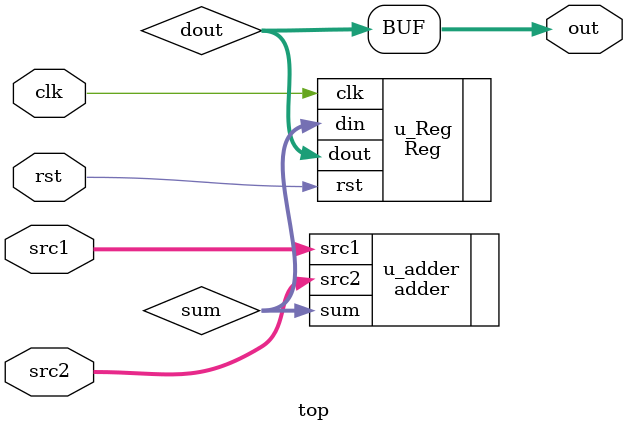
<source format=v>
module top(
        input clk,
        input rst,
        input  [63:0] src1,
        input  [63:0] src2,
        output [63:0] out
    );

    // outports wire
    wire [63:0] 	sum;
    wire [63:0] 	dout;

    adder u_adder(
            .src1 	( src1  ),
            .src2 	( src2  ),
            .sum  	( sum   )
        );

    Reg #(
            .DATA_WIDTH 	( 64 ),
            .RESET_VAL  	( 0  )
        ) u_Reg
        (
            .clk  	( clk   ),
            .rst  	( rst   ),
            .din  	( sum   ),
            .dout 	( dout  )
        );

    assign out = dout;

endmodule //top

</source>
